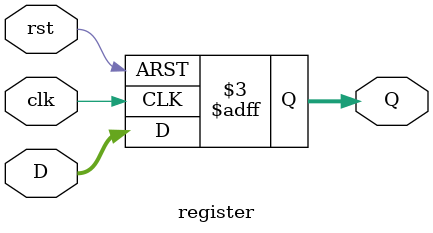
<source format=sv>
module register (Q, D, clk, rst);

input logic clk, rst;
input logic [7:0] D;
output logic [7:0] Q = 0;

always_ff @(posedge rst, posedge clk)
	if (rst) Q <= 0;
	else if (clk) Q <= D;
	else Q <= Q;
	
endmodule

</source>
